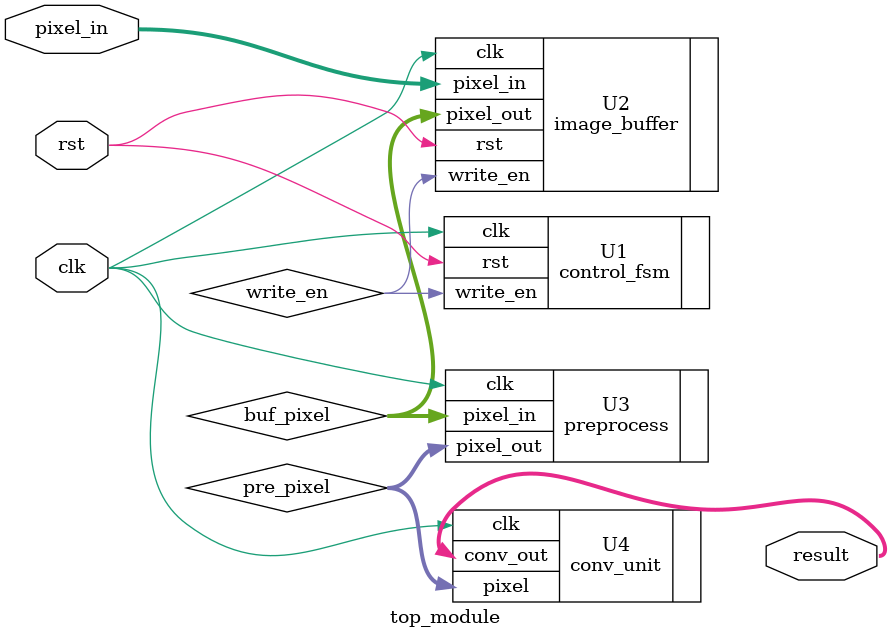
<source format=v>
module top_module (
    input clk,
    input rst,
    input [7:0] pixel_in,
    output signed [15:0] result
);
    wire write_en;
    wire [7:0] buf_pixel;
    wire [7:0] pre_pixel;

    control_fsm U1 (
        .clk(clk),
        .rst(rst),
        .write_en(write_en)
    );

    image_buffer U2 (
        .clk(clk),
        .rst(rst),
        .pixel_in(pixel_in),
        .write_en(write_en),
        .pixel_out(buf_pixel)
    );

    preprocess U3 (
        .clk(clk),
        .pixel_in(buf_pixel),
        .pixel_out(pre_pixel)
    );

    conv_unit U4 (
        .clk(clk),
        .pixel(pre_pixel),
        .conv_out(result)
    );
endmodule

</source>
